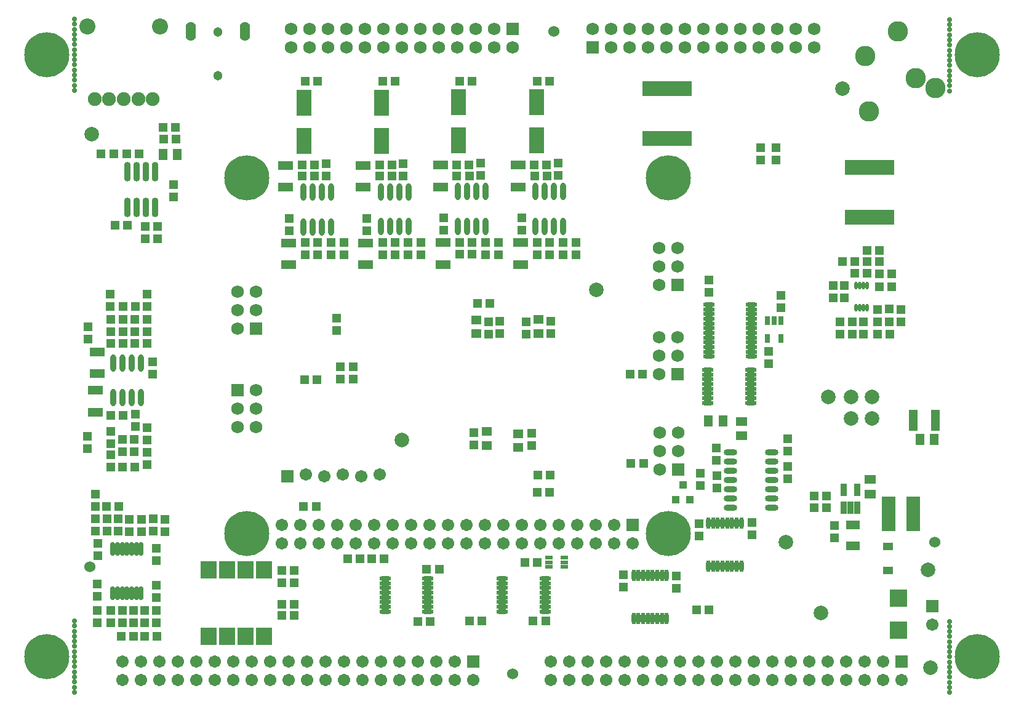
<source format=gbs>
G04*
G04 #@! TF.GenerationSoftware,Altium Limited,Altium Designer,19.0.15 (446)*
G04*
G04 Layer_Color=16711935*
%FSLAX44Y44*%
%MOMM*%
G71*
G01*
G75*
%ADD65R,1.4032X1.2032*%
%ADD67R,1.2032X1.6032*%
%ADD68R,1.2032X1.3032*%
%ADD69R,1.3032X1.2032*%
%ADD70C,2.0000*%
%ADD72R,2.0532X3.6032*%
%ADD75R,1.0032X1.1032*%
%ADD80R,2.0032X1.3032*%
%ADD81O,0.8032X2.4032*%
%ADD84R,1.3032X3.0032*%
%ADD87O,0.6532X1.6032*%
%ADD88O,1.6032X0.6532*%
%ADD97R,6.8032X2.1532*%
%ADD98R,0.8032X1.3032*%
G04:AMPARAMS|DCode=99|XSize=0.6532mm|YSize=1.8032mm|CornerRadius=0.1511mm|HoleSize=0mm|Usage=FLASHONLY|Rotation=180.000|XOffset=0mm|YOffset=0mm|HoleType=Round|Shape=RoundedRectangle|*
%AMROUNDEDRECTD99*
21,1,0.6532,1.5010,0,0,180.0*
21,1,0.3510,1.8032,0,0,180.0*
1,1,0.3022,-0.1755,0.7505*
1,1,0.3022,0.1755,0.7505*
1,1,0.3022,0.1755,-0.7505*
1,1,0.3022,-0.1755,-0.7505*
%
%ADD99ROUNDEDRECTD99*%
%ADD104R,1.7032X1.7032*%
%ADD105C,1.7032*%
%ADD106C,1.7532*%
%ADD107R,1.7532X1.7532*%
%ADD108C,0.7032*%
%ADD109R,1.7032X1.7032*%
%ADD110C,2.0032*%
%ADD111C,2.2032*%
%ADD112C,1.9032*%
%ADD113C,1.5240*%
%ADD114C,6.2032*%
%ADD115O,1.4112X2.6192*%
%ADD116C,1.3032*%
%ADD117C,2.8032*%
%ADD118R,1.7532X1.7532*%
%ADD151R,1.6032X1.2032*%
%ADD152O,0.5032X1.0532*%
%ADD153O,1.8532X0.8532*%
%ADD154R,2.3532X2.4032*%
%ADD155R,1.0532X0.6032*%
%ADD156R,2.2032X2.3532*%
%ADD157R,1.4232X1.1132*%
%ADD158R,1.9032X1.1532*%
%ADD159R,0.8532X1.8032*%
%ADD160R,1.9532X4.7032*%
%ADD161O,0.9032X2.7032*%
D65*
X608250Y-574683D02*
D03*
Y-593683D02*
D03*
X565028Y-590683D02*
D03*
Y-571683D02*
D03*
X550500Y-436933D02*
D03*
Y-417933D02*
D03*
X636082Y-417683D02*
D03*
Y-436683D02*
D03*
D67*
X870320Y-557493D02*
D03*
X890320D02*
D03*
X1161000Y-582183D02*
D03*
X1181000D02*
D03*
X119540Y-190713D02*
D03*
X139540D02*
D03*
D68*
X311425Y-220295D02*
D03*
X328425D02*
D03*
X434955Y-220205D02*
D03*
X417955D02*
D03*
X315235Y-311735D02*
D03*
X332235D02*
D03*
X438765Y-311645D02*
D03*
X421765D02*
D03*
X1071285Y-353796D02*
D03*
X1088285D02*
D03*
X1105312Y-354731D02*
D03*
X1122312D02*
D03*
X111324Y-853433D02*
D03*
X94324D02*
D03*
X62356Y-853433D02*
D03*
X79356D02*
D03*
X41528Y-674933D02*
D03*
X58528D02*
D03*
X780660Y-615834D02*
D03*
X763660D02*
D03*
X762405Y-492900D02*
D03*
X779405D02*
D03*
X634650Y-655183D02*
D03*
X651650D02*
D03*
X652252Y-631218D02*
D03*
X635252D02*
D03*
X487499Y-833333D02*
D03*
X470499D02*
D03*
X1015761Y-660240D02*
D03*
X1032761D02*
D03*
X53450Y-287479D02*
D03*
X70450D02*
D03*
X646040Y-832063D02*
D03*
X629040D02*
D03*
X300250Y-809181D02*
D03*
X283250D02*
D03*
X524055Y-219795D02*
D03*
X541055D02*
D03*
X648055D02*
D03*
X631055D02*
D03*
X527865Y-311235D02*
D03*
X544865D02*
D03*
X651865D02*
D03*
X634865D02*
D03*
X80910Y-620413D02*
D03*
X63910D02*
D03*
X64871Y-549293D02*
D03*
X47871D02*
D03*
X47872Y-450233D02*
D03*
X64872D02*
D03*
X64555Y-399906D02*
D03*
X81555D02*
D03*
X97891Y-450234D02*
D03*
X80891D02*
D03*
X1122312Y-372407D02*
D03*
X1105312D02*
D03*
X331750Y-500183D02*
D03*
X314750D02*
D03*
X299890Y-762569D02*
D03*
X282890D02*
D03*
X634610Y-751865D02*
D03*
X617610D02*
D03*
X328035Y-205055D02*
D03*
X311035D02*
D03*
X417565Y-204965D02*
D03*
X434565D02*
D03*
X332235Y-89993D02*
D03*
X315235D02*
D03*
X421765Y-89903D02*
D03*
X438765D02*
D03*
X332235Y-328752D02*
D03*
X315235D02*
D03*
X421765Y-328662D02*
D03*
X438765D02*
D03*
X499561Y-761574D02*
D03*
X482561D02*
D03*
X541050Y-832063D02*
D03*
X558050D02*
D03*
X1105137Y-322587D02*
D03*
X1088137D02*
D03*
X1054313Y-338222D02*
D03*
X1071312D02*
D03*
X1105312Y-338221D02*
D03*
X1088312D02*
D03*
X423410Y-746972D02*
D03*
X406410D02*
D03*
X390500Y-747183D02*
D03*
X373500D02*
D03*
X300500Y-779933D02*
D03*
X283500D02*
D03*
X300500Y-824933D02*
D03*
X283500D02*
D03*
X1015761Y-676750D02*
D03*
X1032761D02*
D03*
X51680Y-189443D02*
D03*
X34680D02*
D03*
X86961D02*
D03*
X69961D02*
D03*
X119540Y-153335D02*
D03*
X136540D02*
D03*
X870830Y-816823D02*
D03*
X853830D02*
D03*
X1103123Y-437653D02*
D03*
X1120123D02*
D03*
X540665Y-204555D02*
D03*
X523665D02*
D03*
X630665D02*
D03*
X647665D02*
D03*
X544865Y-89493D02*
D03*
X527864D02*
D03*
X634864D02*
D03*
X651864D02*
D03*
X544864Y-327406D02*
D03*
X527864D02*
D03*
X634865Y-328252D02*
D03*
X651865D02*
D03*
X330250Y-674933D02*
D03*
X313250D02*
D03*
X569750Y-395433D02*
D03*
X552750D02*
D03*
X137250Y-169433D02*
D03*
X120250D02*
D03*
D69*
X293440Y-295343D02*
D03*
Y-278343D02*
D03*
X399970Y-278253D02*
D03*
Y-295253D02*
D03*
X368370Y-328735D02*
D03*
Y-311735D02*
D03*
X474900Y-311645D02*
D03*
Y-328645D02*
D03*
X1103123Y-420499D02*
D03*
Y-403499D02*
D03*
X1134737Y-420497D02*
D03*
Y-403497D02*
D03*
X29500Y-781683D02*
D03*
Y-798683D02*
D03*
X110250Y-749183D02*
D03*
Y-732183D02*
D03*
X26453Y-674933D02*
D03*
Y-657933D02*
D03*
X627001Y-573684D02*
D03*
Y-590684D02*
D03*
X582993Y-420253D02*
D03*
Y-437253D02*
D03*
X870626Y-363573D02*
D03*
Y-380573D02*
D03*
X952667Y-478363D02*
D03*
Y-461363D02*
D03*
X929640Y-696461D02*
D03*
Y-713461D02*
D03*
X825500Y-770595D02*
D03*
Y-787595D02*
D03*
X73649Y-692933D02*
D03*
Y-709933D02*
D03*
X506070Y-294843D02*
D03*
Y-277843D02*
D03*
X613070D02*
D03*
Y-294843D02*
D03*
X581000Y-328235D02*
D03*
Y-311235D02*
D03*
X688000D02*
D03*
Y-328235D02*
D03*
X81555Y-565118D02*
D03*
Y-548118D02*
D03*
X105390Y-492646D02*
D03*
Y-475646D02*
D03*
X567418Y-420433D02*
D03*
Y-437433D02*
D03*
X547370Y-573169D02*
D03*
Y-590169D02*
D03*
X653250Y-419683D02*
D03*
Y-436683D02*
D03*
X358750Y-415433D02*
D03*
Y-432433D02*
D03*
X344055Y-202905D02*
D03*
Y-219905D02*
D03*
X450085Y-219815D02*
D03*
Y-202815D02*
D03*
X350590Y-328735D02*
D03*
Y-311735D02*
D03*
X457120Y-311645D02*
D03*
Y-328645D02*
D03*
X857250Y-698245D02*
D03*
Y-715245D02*
D03*
X752720Y-768953D02*
D03*
Y-785953D02*
D03*
X1083407Y-420399D02*
D03*
Y-437399D02*
D03*
X1118697Y-403382D02*
D03*
Y-420382D02*
D03*
X1067832Y-420399D02*
D03*
Y-437399D02*
D03*
X1050917Y-437399D02*
D03*
Y-420399D02*
D03*
X1057267Y-387672D02*
D03*
Y-370672D02*
D03*
X1041692D02*
D03*
Y-387672D02*
D03*
X48026Y-834683D02*
D03*
Y-817683D02*
D03*
X30250Y-742683D02*
D03*
Y-725683D02*
D03*
X26500Y-691683D02*
D03*
Y-708683D02*
D03*
X63601Y-834683D02*
D03*
Y-817683D02*
D03*
X29500Y-834683D02*
D03*
Y-817683D02*
D03*
X58074Y-708933D02*
D03*
Y-691933D02*
D03*
X42500Y-691683D02*
D03*
Y-708683D02*
D03*
X106000Y-708933D02*
D03*
Y-691933D02*
D03*
X110750Y-800183D02*
D03*
Y-783183D02*
D03*
Y-817684D02*
D03*
Y-834684D02*
D03*
X89750Y-709433D02*
D03*
Y-692433D02*
D03*
X122000Y-709183D02*
D03*
Y-692183D02*
D03*
X79175Y-834683D02*
D03*
Y-817683D02*
D03*
X94750Y-817684D02*
D03*
Y-834684D02*
D03*
X619413Y-437683D02*
D03*
Y-420683D02*
D03*
X969940Y-384223D02*
D03*
Y-401223D02*
D03*
X1043311Y-701270D02*
D03*
Y-718270D02*
D03*
X111760Y-306512D02*
D03*
Y-289512D02*
D03*
X95385Y-306512D02*
D03*
Y-289512D02*
D03*
X859022Y-629076D02*
D03*
Y-646076D02*
D03*
X978830Y-637113D02*
D03*
Y-620113D02*
D03*
X979000Y-581933D02*
D03*
Y-598933D02*
D03*
X881040Y-611713D02*
D03*
Y-594713D02*
D03*
X881700Y-632580D02*
D03*
Y-649580D02*
D03*
X556685Y-202405D02*
D03*
Y-219405D02*
D03*
X663685D02*
D03*
Y-202405D02*
D03*
X563220Y-328235D02*
D03*
Y-311235D02*
D03*
X670220D02*
D03*
Y-328235D02*
D03*
X47872Y-588657D02*
D03*
Y-571657D02*
D03*
Y-603915D02*
D03*
Y-620915D02*
D03*
X63519Y-599703D02*
D03*
Y-582703D02*
D03*
X97368Y-600013D02*
D03*
Y-617013D02*
D03*
X80412Y-599703D02*
D03*
Y-582703D02*
D03*
X15750Y-578500D02*
D03*
Y-595500D02*
D03*
X97394Y-566193D02*
D03*
Y-583193D02*
D03*
X48045Y-434479D02*
D03*
Y-417479D02*
D03*
X47009Y-382906D02*
D03*
Y-399906D02*
D03*
X64555Y-434479D02*
D03*
Y-417479D02*
D03*
X97369Y-382906D02*
D03*
Y-399906D02*
D03*
X81065Y-434479D02*
D03*
Y-417479D02*
D03*
X16510Y-427486D02*
D03*
Y-444486D02*
D03*
X97393Y-417479D02*
D03*
Y-434479D02*
D03*
X381750Y-482433D02*
D03*
Y-499433D02*
D03*
X364000Y-482433D02*
D03*
Y-499433D02*
D03*
X942000Y-197901D02*
D03*
Y-180901D02*
D03*
X963186Y-197900D02*
D03*
Y-180900D02*
D03*
X134500Y-231933D02*
D03*
Y-248933D02*
D03*
D70*
X21844Y-162814D02*
D03*
X1054100Y-99568D02*
D03*
X1175380Y-896874D02*
D03*
D72*
X313760Y-119124D02*
D03*
Y-171623D02*
D03*
X420290Y-119033D02*
D03*
Y-171533D02*
D03*
X526390Y-118624D02*
D03*
Y-171123D02*
D03*
X633390Y-118624D02*
D03*
Y-171123D02*
D03*
D75*
X834990Y-645132D02*
D03*
X825490Y-665132D02*
D03*
X844490D02*
D03*
D80*
X26813Y-545183D02*
D03*
Y-515182D02*
D03*
X395192Y-205713D02*
D03*
Y-235714D02*
D03*
X292170Y-342483D02*
D03*
Y-312483D02*
D03*
X398700Y-342393D02*
D03*
Y-312393D02*
D03*
X501293Y-205303D02*
D03*
Y-235303D02*
D03*
X608293Y-205303D02*
D03*
Y-235303D02*
D03*
X504800Y-341983D02*
D03*
Y-311983D02*
D03*
X611800Y-341983D02*
D03*
Y-311983D02*
D03*
X28825Y-492003D02*
D03*
Y-462003D02*
D03*
X288663Y-205803D02*
D03*
Y-235804D02*
D03*
D81*
X632425Y-241515D02*
D03*
X645125D02*
D03*
X657825D02*
D03*
X670525D02*
D03*
X632425Y-289515D02*
D03*
X645125D02*
D03*
X657825D02*
D03*
X670525D02*
D03*
X312795Y-242015D02*
D03*
X325495D02*
D03*
X338195D02*
D03*
X350895D02*
D03*
X312795Y-290015D02*
D03*
X325495D02*
D03*
X338195D02*
D03*
X350895D02*
D03*
X457425Y-289925D02*
D03*
X444725D02*
D03*
X432025D02*
D03*
X419325D02*
D03*
X457425Y-241925D02*
D03*
X444725D02*
D03*
X432025D02*
D03*
X419325D02*
D03*
X563525Y-289515D02*
D03*
X550825D02*
D03*
X538125D02*
D03*
X525425D02*
D03*
X563525Y-241515D02*
D03*
X550825D02*
D03*
X538125D02*
D03*
X525425D02*
D03*
X50820Y-477313D02*
D03*
X63520D02*
D03*
X76220D02*
D03*
X88920D02*
D03*
X50820Y-525313D02*
D03*
X63520D02*
D03*
X76220D02*
D03*
X88920D02*
D03*
D84*
X1182000Y-556221D02*
D03*
X1152000D02*
D03*
D87*
X812690Y-828543D02*
D03*
X806190D02*
D03*
X799690D02*
D03*
X793190D02*
D03*
X786690D02*
D03*
X780190D02*
D03*
X773690D02*
D03*
X767190D02*
D03*
X812690Y-769543D02*
D03*
X806190D02*
D03*
X799690D02*
D03*
X793190D02*
D03*
X786690D02*
D03*
X780190D02*
D03*
X773690D02*
D03*
X767190D02*
D03*
X870000Y-697962D02*
D03*
X876500D02*
D03*
X882999D02*
D03*
X889500D02*
D03*
X896000D02*
D03*
X902500D02*
D03*
X908999D02*
D03*
X915500D02*
D03*
X870000Y-756962D02*
D03*
X876500D02*
D03*
X882999D02*
D03*
X889500D02*
D03*
X896000D02*
D03*
X902500D02*
D03*
X908999D02*
D03*
X915500D02*
D03*
D88*
X928320Y-486713D02*
D03*
Y-493213D02*
D03*
Y-499713D02*
D03*
Y-506213D02*
D03*
Y-512713D02*
D03*
Y-519213D02*
D03*
Y-525713D02*
D03*
Y-532213D02*
D03*
X869320Y-486713D02*
D03*
Y-493213D02*
D03*
Y-499713D02*
D03*
Y-506213D02*
D03*
Y-512713D02*
D03*
Y-519213D02*
D03*
Y-525713D02*
D03*
Y-532213D02*
D03*
X870488Y-468617D02*
D03*
Y-462117D02*
D03*
Y-455617D02*
D03*
Y-449117D02*
D03*
Y-442617D02*
D03*
Y-436117D02*
D03*
Y-429617D02*
D03*
Y-423117D02*
D03*
Y-416617D02*
D03*
Y-410117D02*
D03*
Y-403617D02*
D03*
Y-397117D02*
D03*
X929488Y-468617D02*
D03*
Y-462117D02*
D03*
Y-455617D02*
D03*
Y-449117D02*
D03*
Y-442617D02*
D03*
Y-436117D02*
D03*
Y-429617D02*
D03*
Y-423117D02*
D03*
Y-416617D02*
D03*
Y-410117D02*
D03*
Y-403617D02*
D03*
Y-397117D02*
D03*
X645450Y-773918D02*
D03*
Y-780418D02*
D03*
Y-786918D02*
D03*
Y-793418D02*
D03*
Y-799918D02*
D03*
Y-806419D02*
D03*
Y-812918D02*
D03*
Y-819418D02*
D03*
X586450Y-773918D02*
D03*
Y-780418D02*
D03*
Y-786918D02*
D03*
Y-793418D02*
D03*
Y-799918D02*
D03*
Y-806419D02*
D03*
Y-812918D02*
D03*
Y-819418D02*
D03*
X484160Y-773918D02*
D03*
Y-780418D02*
D03*
Y-786918D02*
D03*
Y-793419D02*
D03*
Y-799918D02*
D03*
Y-806418D02*
D03*
Y-812918D02*
D03*
Y-819418D02*
D03*
X425160Y-773918D02*
D03*
Y-780418D02*
D03*
Y-786918D02*
D03*
Y-793419D02*
D03*
Y-799918D02*
D03*
Y-806418D02*
D03*
Y-812918D02*
D03*
Y-819418D02*
D03*
D97*
X1091860Y-208534D02*
D03*
Y-277034D02*
D03*
X812989Y-168293D02*
D03*
Y-99793D02*
D03*
D98*
X950940Y-419343D02*
D03*
X960440D02*
D03*
X969940D02*
D03*
Y-443343D02*
D03*
X950940D02*
D03*
D99*
X50691Y-733242D02*
D03*
X57192D02*
D03*
X63692D02*
D03*
X70191D02*
D03*
X76691D02*
D03*
X83192D02*
D03*
X89692D02*
D03*
X50691Y-794241D02*
D03*
X57192D02*
D03*
X63692D02*
D03*
X70191D02*
D03*
X76691D02*
D03*
X83192D02*
D03*
X89692D02*
D03*
D104*
X765750Y-699933D02*
D03*
X546700Y-888230D02*
D03*
X1135700D02*
D03*
D105*
X740350Y-699933D02*
D03*
X714950D02*
D03*
X689550D02*
D03*
X664150D02*
D03*
X638750D02*
D03*
X613350D02*
D03*
X587950D02*
D03*
X562550D02*
D03*
X537150D02*
D03*
X511750D02*
D03*
X486350D02*
D03*
X460950D02*
D03*
X435550D02*
D03*
X410150D02*
D03*
X384750D02*
D03*
X359350D02*
D03*
X333950D02*
D03*
X308550D02*
D03*
X283150D02*
D03*
X765750Y-725333D02*
D03*
X740350D02*
D03*
X714950D02*
D03*
X689550D02*
D03*
X664150D02*
D03*
X638750D02*
D03*
X613350D02*
D03*
X587950D02*
D03*
X562550D02*
D03*
X537150D02*
D03*
X511750D02*
D03*
X486350D02*
D03*
X460950D02*
D03*
X435550D02*
D03*
X410150D02*
D03*
X384750D02*
D03*
X359350D02*
D03*
X333950D02*
D03*
X308550D02*
D03*
X283150D02*
D03*
X521300Y-888230D02*
D03*
X495900D02*
D03*
X470500D02*
D03*
X445100D02*
D03*
X419700D02*
D03*
X394300D02*
D03*
X368900D02*
D03*
X343500D02*
D03*
X318100D02*
D03*
X292700D02*
D03*
X267300D02*
D03*
X241900D02*
D03*
X216500D02*
D03*
X191100D02*
D03*
X165700D02*
D03*
X140300D02*
D03*
X114900D02*
D03*
X89500D02*
D03*
X64100D02*
D03*
X546700Y-913630D02*
D03*
X521300D02*
D03*
X495900D02*
D03*
X470500D02*
D03*
X445100D02*
D03*
X419700D02*
D03*
X394300D02*
D03*
X368900D02*
D03*
X343500D02*
D03*
X318100D02*
D03*
X292700D02*
D03*
X267300D02*
D03*
X241900D02*
D03*
X216500D02*
D03*
X191100D02*
D03*
X165700D02*
D03*
X140300D02*
D03*
X114900D02*
D03*
X89500D02*
D03*
X64100D02*
D03*
X1110300Y-888230D02*
D03*
X1084900D02*
D03*
X1059500D02*
D03*
X1034100D02*
D03*
X1008700D02*
D03*
X983300D02*
D03*
X957900D02*
D03*
X932500D02*
D03*
X907100D02*
D03*
X881700D02*
D03*
X856300D02*
D03*
X830900D02*
D03*
X805500D02*
D03*
X780100D02*
D03*
X754700D02*
D03*
X729300D02*
D03*
X703900D02*
D03*
X678500D02*
D03*
X653100D02*
D03*
X1135700Y-913630D02*
D03*
X1110300D02*
D03*
X1084900D02*
D03*
X1059500D02*
D03*
X1034100D02*
D03*
X1008700D02*
D03*
X983300D02*
D03*
X957900D02*
D03*
X932500D02*
D03*
X907100D02*
D03*
X881700D02*
D03*
X856300D02*
D03*
X830900D02*
D03*
X805500D02*
D03*
X780100D02*
D03*
X754700D02*
D03*
X729300D02*
D03*
X703900D02*
D03*
X678500D02*
D03*
X653100D02*
D03*
X1178000Y-837400D02*
D03*
X417650Y-630683D02*
D03*
X392250Y-633683D02*
D03*
X366850Y-630683D02*
D03*
X341450Y-633683D02*
D03*
X316050Y-630683D02*
D03*
D106*
X914130Y-17433D02*
D03*
Y-42833D02*
D03*
X939530D02*
D03*
Y-17433D02*
D03*
X888730D02*
D03*
Y-42833D02*
D03*
X837930D02*
D03*
X863330D02*
D03*
X837930Y-17433D02*
D03*
X863330D02*
D03*
X812530D02*
D03*
Y-42833D02*
D03*
X761730Y-17433D02*
D03*
X736330D02*
D03*
X710930D02*
D03*
X761730Y-42833D02*
D03*
X736330D02*
D03*
X787130D02*
D03*
Y-17433D02*
D03*
X964930Y-42833D02*
D03*
Y-17433D02*
D03*
X1015730D02*
D03*
Y-42833D02*
D03*
X990330D02*
D03*
Y-17433D02*
D03*
X397557Y-42833D02*
D03*
Y-17433D02*
D03*
X372157D02*
D03*
Y-42833D02*
D03*
X422957D02*
D03*
Y-17433D02*
D03*
X473757D02*
D03*
X448357D02*
D03*
X473757Y-42833D02*
D03*
X448357D02*
D03*
X499157D02*
D03*
Y-17433D02*
D03*
X549957Y-42833D02*
D03*
X575357D02*
D03*
X600757D02*
D03*
X549957Y-17433D02*
D03*
X575357D02*
D03*
X524557D02*
D03*
Y-42833D02*
D03*
X346757Y-17433D02*
D03*
Y-42833D02*
D03*
X295957D02*
D03*
Y-17433D02*
D03*
X321357D02*
D03*
Y-42833D02*
D03*
X828258Y-598524D02*
D03*
Y-573124D02*
D03*
X802858Y-623924D02*
D03*
Y-598524D02*
D03*
Y-573124D02*
D03*
X827700Y-467213D02*
D03*
Y-441813D02*
D03*
X802300Y-492613D02*
D03*
Y-467213D02*
D03*
Y-441813D02*
D03*
X222299Y-540326D02*
D03*
Y-565726D02*
D03*
X247700Y-514926D02*
D03*
Y-540326D02*
D03*
Y-565726D02*
D03*
X247700Y-404492D02*
D03*
Y-379092D02*
D03*
X222300Y-429892D02*
D03*
Y-404492D02*
D03*
Y-379092D02*
D03*
X827550Y-344933D02*
D03*
Y-319533D02*
D03*
X802150Y-370333D02*
D03*
Y-344933D02*
D03*
Y-319533D02*
D03*
D107*
X710930Y-42833D02*
D03*
X600757Y-17433D02*
D03*
D108*
X1202000Y-832738D02*
D03*
Y-846738D02*
D03*
Y-839738D02*
D03*
Y-860738D02*
D03*
Y-867738D02*
D03*
Y-853738D02*
D03*
Y-895738D02*
D03*
Y-909737D02*
D03*
Y-902738D02*
D03*
Y-881738D02*
D03*
Y-888738D02*
D03*
Y-874738D02*
D03*
Y-923730D02*
D03*
Y-930730D02*
D03*
Y-916730D02*
D03*
Y-5027D02*
D03*
Y-19027D02*
D03*
Y-12027D02*
D03*
Y-33027D02*
D03*
Y-40027D02*
D03*
Y-26027D02*
D03*
Y-68027D02*
D03*
Y-82027D02*
D03*
Y-75027D02*
D03*
Y-54027D02*
D03*
Y-61027D02*
D03*
Y-47027D02*
D03*
Y-96020D02*
D03*
Y-103020D02*
D03*
Y-89020D02*
D03*
X-2000Y-4310D02*
D03*
Y-18310D02*
D03*
Y-11310D02*
D03*
Y-32310D02*
D03*
Y-39310D02*
D03*
Y-25310D02*
D03*
Y-67310D02*
D03*
Y-81310D02*
D03*
Y-74310D02*
D03*
Y-53310D02*
D03*
Y-60310D02*
D03*
Y-46310D02*
D03*
Y-95303D02*
D03*
Y-102303D02*
D03*
Y-88303D02*
D03*
Y-916303D02*
D03*
Y-930303D02*
D03*
Y-923303D02*
D03*
Y-874310D02*
D03*
Y-888310D02*
D03*
Y-881310D02*
D03*
Y-902310D02*
D03*
Y-909310D02*
D03*
Y-895310D02*
D03*
Y-853310D02*
D03*
Y-867310D02*
D03*
Y-860310D02*
D03*
Y-839310D02*
D03*
Y-846310D02*
D03*
Y-832310D02*
D03*
D109*
X1178000Y-812000D02*
D03*
X290650Y-633683D02*
D03*
D110*
X1065984Y-524406D02*
D03*
X1034994Y-524473D02*
D03*
X1172000Y-762183D02*
D03*
X977000Y-724183D02*
D03*
X1024571Y-821433D02*
D03*
X1065984Y-553683D02*
D03*
X1095500Y-524406D02*
D03*
X715940Y-377154D02*
D03*
X448000Y-583269D02*
D03*
X1095500Y-553683D02*
D03*
D111*
X115538Y-14392D02*
D03*
X15538D02*
D03*
D112*
X105538Y-114392D02*
D03*
X85538D02*
D03*
X65538D02*
D03*
X45538D02*
D03*
X25538D02*
D03*
D113*
X1181250Y-724112D02*
D03*
X657579Y-21500D02*
D03*
X18750Y-757433D02*
D03*
X600500Y-905000D02*
D03*
D114*
X-40000Y-53750D02*
D03*
X1240000Y-53731D02*
D03*
X-40000Y-881183D02*
D03*
X1240000Y-881146D02*
D03*
X815000Y-222433D02*
D03*
X235000D02*
D03*
X815000Y-712433D02*
D03*
X235000D02*
D03*
D115*
X232790Y-21433D02*
D03*
X157790D02*
D03*
D116*
X195290Y-22433D02*
D03*
Y-82433D02*
D03*
D117*
X1130500Y-21433D02*
D03*
X1182500Y-99433D02*
D03*
X1155500Y-85433D02*
D03*
X1090500Y-131433D02*
D03*
X1085500Y-55433D02*
D03*
D118*
X828258Y-623924D02*
D03*
X827700Y-492613D02*
D03*
X222299Y-514926D02*
D03*
X247700Y-429892D02*
D03*
X827550Y-370333D02*
D03*
D151*
X915500Y-577823D02*
D03*
Y-557823D02*
D03*
X1092841Y-657540D02*
D03*
Y-637540D02*
D03*
D152*
X1088407Y-401731D02*
D03*
X1083407D02*
D03*
X1078407D02*
D03*
X1073407D02*
D03*
X1088407Y-371231D02*
D03*
X1083407D02*
D03*
X1078407D02*
D03*
X1073407D02*
D03*
D153*
X900326Y-676593D02*
D03*
Y-663893D02*
D03*
Y-651193D02*
D03*
Y-638493D02*
D03*
Y-625793D02*
D03*
Y-613093D02*
D03*
Y-600393D02*
D03*
X956826Y-676593D02*
D03*
Y-663893D02*
D03*
Y-651193D02*
D03*
Y-638493D02*
D03*
Y-625793D02*
D03*
Y-613093D02*
D03*
Y-600393D02*
D03*
D154*
X1131665Y-801173D02*
D03*
Y-845173D02*
D03*
D155*
X671500Y-744933D02*
D03*
Y-751433D02*
D03*
Y-757933D02*
D03*
X650500D02*
D03*
Y-751433D02*
D03*
Y-744933D02*
D03*
D156*
X258850Y-761825D02*
D03*
X233450D02*
D03*
X208050D02*
D03*
X182650D02*
D03*
Y-853825D02*
D03*
X208050D02*
D03*
X233450D02*
D03*
X258850D02*
D03*
D157*
X1116971Y-762949D02*
D03*
Y-730249D02*
D03*
D158*
X1069219Y-700595D02*
D03*
Y-728595D02*
D03*
D159*
X1075011Y-676619D02*
D03*
X1065511D02*
D03*
X1056011D02*
D03*
Y-651620D02*
D03*
X1075011D02*
D03*
D160*
X1151700Y-684683D02*
D03*
X1118300D02*
D03*
D161*
X108550Y-263473D02*
D03*
X95850D02*
D03*
X83150D02*
D03*
X70450D02*
D03*
X108550Y-214473D02*
D03*
X95850D02*
D03*
X83150D02*
D03*
X70450D02*
D03*
M02*

</source>
